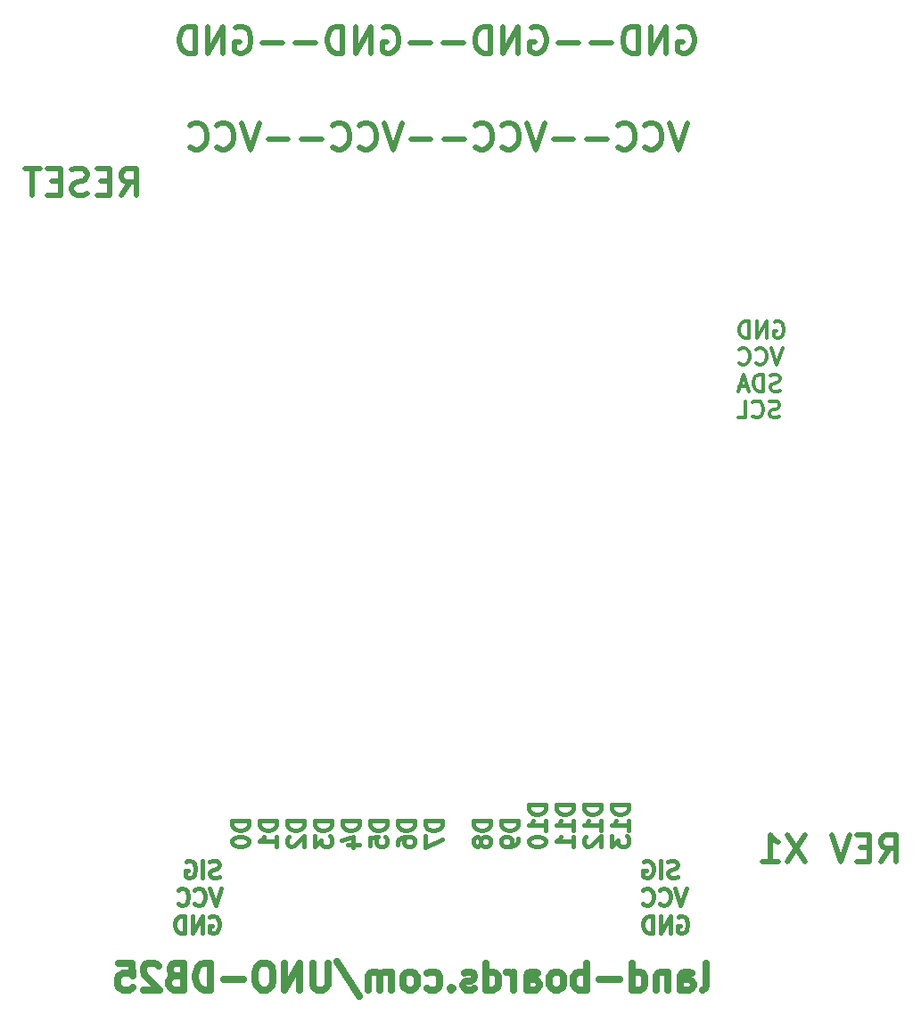
<source format=gbr>
G04 #@! TF.FileFunction,Legend,Bot*
%FSLAX46Y46*%
G04 Gerber Fmt 4.6, Leading zero omitted, Abs format (unit mm)*
G04 Created by KiCad (PCBNEW (after 2015-mar-04 BZR unknown)-product) date 2/1/2017 1:29:57 PM*
%MOMM*%
G01*
G04 APERTURE LIST*
%ADD10C,0.150000*%
%ADD11C,0.635000*%
%ADD12C,0.508000*%
%ADD13C,0.300000*%
%ADD14C,0.396875*%
G04 APERTURE END LIST*
D10*
D11*
X84158665Y-102749048D02*
X84400570Y-102628095D01*
X84521522Y-102386190D01*
X84521522Y-100209048D01*
X82102475Y-102749048D02*
X82102475Y-101418571D01*
X82223427Y-101176667D01*
X82465332Y-101055714D01*
X82949141Y-101055714D01*
X83191046Y-101176667D01*
X82102475Y-102628095D02*
X82344379Y-102749048D01*
X82949141Y-102749048D01*
X83191046Y-102628095D01*
X83311998Y-102386190D01*
X83311998Y-102144286D01*
X83191046Y-101902381D01*
X82949141Y-101781429D01*
X82344379Y-101781429D01*
X82102475Y-101660476D01*
X80892951Y-101055714D02*
X80892951Y-102749048D01*
X80892951Y-101297619D02*
X80771999Y-101176667D01*
X80530094Y-101055714D01*
X80167237Y-101055714D01*
X79925332Y-101176667D01*
X79804380Y-101418571D01*
X79804380Y-102749048D01*
X77506285Y-102749048D02*
X77506285Y-100209048D01*
X77506285Y-102628095D02*
X77748189Y-102749048D01*
X78231999Y-102749048D01*
X78473904Y-102628095D01*
X78594856Y-102507143D01*
X78715808Y-102265238D01*
X78715808Y-101539524D01*
X78594856Y-101297619D01*
X78473904Y-101176667D01*
X78231999Y-101055714D01*
X77748189Y-101055714D01*
X77506285Y-101176667D01*
X76296761Y-101781429D02*
X74361523Y-101781429D01*
X73151999Y-102749048D02*
X73151999Y-100209048D01*
X73151999Y-101176667D02*
X72910094Y-101055714D01*
X72426285Y-101055714D01*
X72184380Y-101176667D01*
X72063428Y-101297619D01*
X71942475Y-101539524D01*
X71942475Y-102265238D01*
X72063428Y-102507143D01*
X72184380Y-102628095D01*
X72426285Y-102749048D01*
X72910094Y-102749048D01*
X73151999Y-102628095D01*
X70491047Y-102749048D02*
X70732952Y-102628095D01*
X70853904Y-102507143D01*
X70974856Y-102265238D01*
X70974856Y-101539524D01*
X70853904Y-101297619D01*
X70732952Y-101176667D01*
X70491047Y-101055714D01*
X70128190Y-101055714D01*
X69886285Y-101176667D01*
X69765333Y-101297619D01*
X69644380Y-101539524D01*
X69644380Y-102265238D01*
X69765333Y-102507143D01*
X69886285Y-102628095D01*
X70128190Y-102749048D01*
X70491047Y-102749048D01*
X67467238Y-102749048D02*
X67467238Y-101418571D01*
X67588190Y-101176667D01*
X67830095Y-101055714D01*
X68313904Y-101055714D01*
X68555809Y-101176667D01*
X67467238Y-102628095D02*
X67709142Y-102749048D01*
X68313904Y-102749048D01*
X68555809Y-102628095D01*
X68676761Y-102386190D01*
X68676761Y-102144286D01*
X68555809Y-101902381D01*
X68313904Y-101781429D01*
X67709142Y-101781429D01*
X67467238Y-101660476D01*
X66257714Y-102749048D02*
X66257714Y-101055714D01*
X66257714Y-101539524D02*
X66136762Y-101297619D01*
X66015809Y-101176667D01*
X65773905Y-101055714D01*
X65532000Y-101055714D01*
X63596762Y-102749048D02*
X63596762Y-100209048D01*
X63596762Y-102628095D02*
X63838666Y-102749048D01*
X64322476Y-102749048D01*
X64564381Y-102628095D01*
X64685333Y-102507143D01*
X64806285Y-102265238D01*
X64806285Y-101539524D01*
X64685333Y-101297619D01*
X64564381Y-101176667D01*
X64322476Y-101055714D01*
X63838666Y-101055714D01*
X63596762Y-101176667D01*
X62508190Y-102628095D02*
X62266286Y-102749048D01*
X61782476Y-102749048D01*
X61540571Y-102628095D01*
X61419619Y-102386190D01*
X61419619Y-102265238D01*
X61540571Y-102023333D01*
X61782476Y-101902381D01*
X62145333Y-101902381D01*
X62387238Y-101781429D01*
X62508190Y-101539524D01*
X62508190Y-101418571D01*
X62387238Y-101176667D01*
X62145333Y-101055714D01*
X61782476Y-101055714D01*
X61540571Y-101176667D01*
X60331048Y-102507143D02*
X60210096Y-102628095D01*
X60331048Y-102749048D01*
X60452000Y-102628095D01*
X60331048Y-102507143D01*
X60331048Y-102749048D01*
X58032953Y-102628095D02*
X58274857Y-102749048D01*
X58758667Y-102749048D01*
X59000572Y-102628095D01*
X59121524Y-102507143D01*
X59242476Y-102265238D01*
X59242476Y-101539524D01*
X59121524Y-101297619D01*
X59000572Y-101176667D01*
X58758667Y-101055714D01*
X58274857Y-101055714D01*
X58032953Y-101176667D01*
X56581524Y-102749048D02*
X56823429Y-102628095D01*
X56944381Y-102507143D01*
X57065333Y-102265238D01*
X57065333Y-101539524D01*
X56944381Y-101297619D01*
X56823429Y-101176667D01*
X56581524Y-101055714D01*
X56218667Y-101055714D01*
X55976762Y-101176667D01*
X55855810Y-101297619D01*
X55734857Y-101539524D01*
X55734857Y-102265238D01*
X55855810Y-102507143D01*
X55976762Y-102628095D01*
X56218667Y-102749048D01*
X56581524Y-102749048D01*
X54646286Y-102749048D02*
X54646286Y-101055714D01*
X54646286Y-101297619D02*
X54525334Y-101176667D01*
X54283429Y-101055714D01*
X53920572Y-101055714D01*
X53678667Y-101176667D01*
X53557715Y-101418571D01*
X53557715Y-102749048D01*
X53557715Y-101418571D02*
X53436762Y-101176667D01*
X53194858Y-101055714D01*
X52832000Y-101055714D01*
X52590096Y-101176667D01*
X52469143Y-101418571D01*
X52469143Y-102749048D01*
X49445333Y-100088095D02*
X51622476Y-103353810D01*
X48598667Y-100209048D02*
X48598667Y-102265238D01*
X48477715Y-102507143D01*
X48356762Y-102628095D01*
X48114858Y-102749048D01*
X47631048Y-102749048D01*
X47389143Y-102628095D01*
X47268191Y-102507143D01*
X47147239Y-102265238D01*
X47147239Y-100209048D01*
X45937715Y-102749048D02*
X45937715Y-100209048D01*
X44486287Y-102749048D01*
X44486287Y-100209048D01*
X42792954Y-100209048D02*
X42309144Y-100209048D01*
X42067239Y-100330000D01*
X41825335Y-100571905D01*
X41704382Y-101055714D01*
X41704382Y-101902381D01*
X41825335Y-102386190D01*
X42067239Y-102628095D01*
X42309144Y-102749048D01*
X42792954Y-102749048D01*
X43034858Y-102628095D01*
X43276763Y-102386190D01*
X43397715Y-101902381D01*
X43397715Y-101055714D01*
X43276763Y-100571905D01*
X43034858Y-100330000D01*
X42792954Y-100209048D01*
X40615811Y-101781429D02*
X38680573Y-101781429D01*
X37471049Y-102749048D02*
X37471049Y-100209048D01*
X36866287Y-100209048D01*
X36503430Y-100330000D01*
X36261525Y-100571905D01*
X36140573Y-100813810D01*
X36019621Y-101297619D01*
X36019621Y-101660476D01*
X36140573Y-102144286D01*
X36261525Y-102386190D01*
X36503430Y-102628095D01*
X36866287Y-102749048D01*
X37471049Y-102749048D01*
X34084382Y-101418571D02*
X33721525Y-101539524D01*
X33600573Y-101660476D01*
X33479621Y-101902381D01*
X33479621Y-102265238D01*
X33600573Y-102507143D01*
X33721525Y-102628095D01*
X33963430Y-102749048D01*
X34931049Y-102749048D01*
X34931049Y-100209048D01*
X34084382Y-100209048D01*
X33842478Y-100330000D01*
X33721525Y-100450952D01*
X33600573Y-100692857D01*
X33600573Y-100934762D01*
X33721525Y-101176667D01*
X33842478Y-101297619D01*
X34084382Y-101418571D01*
X34931049Y-101418571D01*
X32512001Y-100450952D02*
X32391049Y-100330000D01*
X32149144Y-100209048D01*
X31544382Y-100209048D01*
X31302478Y-100330000D01*
X31181525Y-100450952D01*
X31060573Y-100692857D01*
X31060573Y-100934762D01*
X31181525Y-101297619D01*
X32632954Y-102749048D01*
X31060573Y-102749048D01*
X28762477Y-100209048D02*
X29972001Y-100209048D01*
X30092953Y-101418571D01*
X29972001Y-101297619D01*
X29730096Y-101176667D01*
X29125334Y-101176667D01*
X28883430Y-101297619D01*
X28762477Y-101418571D01*
X28641525Y-101660476D01*
X28641525Y-102265238D01*
X28762477Y-102507143D01*
X28883430Y-102628095D01*
X29125334Y-102749048D01*
X29730096Y-102749048D01*
X29972001Y-102628095D01*
X30092953Y-102507143D01*
D12*
X82707239Y-20453048D02*
X81860573Y-22993048D01*
X81013906Y-20453048D01*
X78715811Y-22751143D02*
X78836763Y-22872095D01*
X79199620Y-22993048D01*
X79441525Y-22993048D01*
X79804382Y-22872095D01*
X80046287Y-22630190D01*
X80167239Y-22388286D01*
X80288191Y-21904476D01*
X80288191Y-21541619D01*
X80167239Y-21057810D01*
X80046287Y-20815905D01*
X79804382Y-20574000D01*
X79441525Y-20453048D01*
X79199620Y-20453048D01*
X78836763Y-20574000D01*
X78715811Y-20694952D01*
X76175811Y-22751143D02*
X76296763Y-22872095D01*
X76659620Y-22993048D01*
X76901525Y-22993048D01*
X77264382Y-22872095D01*
X77506287Y-22630190D01*
X77627239Y-22388286D01*
X77748191Y-21904476D01*
X77748191Y-21541619D01*
X77627239Y-21057810D01*
X77506287Y-20815905D01*
X77264382Y-20574000D01*
X76901525Y-20453048D01*
X76659620Y-20453048D01*
X76296763Y-20574000D01*
X76175811Y-20694952D01*
X75087239Y-22025429D02*
X73152001Y-22025429D01*
X71942477Y-22025429D02*
X70007239Y-22025429D01*
X69160572Y-20453048D02*
X68313906Y-22993048D01*
X67467239Y-20453048D01*
X65169144Y-22751143D02*
X65290096Y-22872095D01*
X65652953Y-22993048D01*
X65894858Y-22993048D01*
X66257715Y-22872095D01*
X66499620Y-22630190D01*
X66620572Y-22388286D01*
X66741524Y-21904476D01*
X66741524Y-21541619D01*
X66620572Y-21057810D01*
X66499620Y-20815905D01*
X66257715Y-20574000D01*
X65894858Y-20453048D01*
X65652953Y-20453048D01*
X65290096Y-20574000D01*
X65169144Y-20694952D01*
X62629144Y-22751143D02*
X62750096Y-22872095D01*
X63112953Y-22993048D01*
X63354858Y-22993048D01*
X63717715Y-22872095D01*
X63959620Y-22630190D01*
X64080572Y-22388286D01*
X64201524Y-21904476D01*
X64201524Y-21541619D01*
X64080572Y-21057810D01*
X63959620Y-20815905D01*
X63717715Y-20574000D01*
X63354858Y-20453048D01*
X63112953Y-20453048D01*
X62750096Y-20574000D01*
X62629144Y-20694952D01*
X61540572Y-22025429D02*
X59605334Y-22025429D01*
X58395810Y-22025429D02*
X56460572Y-22025429D01*
X55613905Y-20453048D02*
X54767239Y-22993048D01*
X53920572Y-20453048D01*
X51622477Y-22751143D02*
X51743429Y-22872095D01*
X52106286Y-22993048D01*
X52348191Y-22993048D01*
X52711048Y-22872095D01*
X52952953Y-22630190D01*
X53073905Y-22388286D01*
X53194857Y-21904476D01*
X53194857Y-21541619D01*
X53073905Y-21057810D01*
X52952953Y-20815905D01*
X52711048Y-20574000D01*
X52348191Y-20453048D01*
X52106286Y-20453048D01*
X51743429Y-20574000D01*
X51622477Y-20694952D01*
X49082477Y-22751143D02*
X49203429Y-22872095D01*
X49566286Y-22993048D01*
X49808191Y-22993048D01*
X50171048Y-22872095D01*
X50412953Y-22630190D01*
X50533905Y-22388286D01*
X50654857Y-21904476D01*
X50654857Y-21541619D01*
X50533905Y-21057810D01*
X50412953Y-20815905D01*
X50171048Y-20574000D01*
X49808191Y-20453048D01*
X49566286Y-20453048D01*
X49203429Y-20574000D01*
X49082477Y-20694952D01*
X47993905Y-22025429D02*
X46058667Y-22025429D01*
X44849143Y-22025429D02*
X42913905Y-22025429D01*
X42067238Y-20453048D02*
X41220572Y-22993048D01*
X40373905Y-20453048D01*
X38075810Y-22751143D02*
X38196762Y-22872095D01*
X38559619Y-22993048D01*
X38801524Y-22993048D01*
X39164381Y-22872095D01*
X39406286Y-22630190D01*
X39527238Y-22388286D01*
X39648190Y-21904476D01*
X39648190Y-21541619D01*
X39527238Y-21057810D01*
X39406286Y-20815905D01*
X39164381Y-20574000D01*
X38801524Y-20453048D01*
X38559619Y-20453048D01*
X38196762Y-20574000D01*
X38075810Y-20694952D01*
X35535810Y-22751143D02*
X35656762Y-22872095D01*
X36019619Y-22993048D01*
X36261524Y-22993048D01*
X36624381Y-22872095D01*
X36866286Y-22630190D01*
X36987238Y-22388286D01*
X37108190Y-21904476D01*
X37108190Y-21541619D01*
X36987238Y-21057810D01*
X36866286Y-20815905D01*
X36624381Y-20574000D01*
X36261524Y-20453048D01*
X36019619Y-20453048D01*
X35656762Y-20574000D01*
X35535810Y-20694952D01*
X81933142Y-11430000D02*
X82175047Y-11309048D01*
X82537904Y-11309048D01*
X82900761Y-11430000D01*
X83142666Y-11671905D01*
X83263618Y-11913810D01*
X83384570Y-12397619D01*
X83384570Y-12760476D01*
X83263618Y-13244286D01*
X83142666Y-13486190D01*
X82900761Y-13728095D01*
X82537904Y-13849048D01*
X82295999Y-13849048D01*
X81933142Y-13728095D01*
X81812190Y-13607143D01*
X81812190Y-12760476D01*
X82295999Y-12760476D01*
X80723618Y-13849048D02*
X80723618Y-11309048D01*
X79272190Y-13849048D01*
X79272190Y-11309048D01*
X78062666Y-13849048D02*
X78062666Y-11309048D01*
X77457904Y-11309048D01*
X77095047Y-11430000D01*
X76853142Y-11671905D01*
X76732190Y-11913810D01*
X76611238Y-12397619D01*
X76611238Y-12760476D01*
X76732190Y-13244286D01*
X76853142Y-13486190D01*
X77095047Y-13728095D01*
X77457904Y-13849048D01*
X78062666Y-13849048D01*
X75522666Y-12881429D02*
X73587428Y-12881429D01*
X72377904Y-12881429D02*
X70442666Y-12881429D01*
X67902666Y-11430000D02*
X68144571Y-11309048D01*
X68507428Y-11309048D01*
X68870285Y-11430000D01*
X69112190Y-11671905D01*
X69233142Y-11913810D01*
X69354094Y-12397619D01*
X69354094Y-12760476D01*
X69233142Y-13244286D01*
X69112190Y-13486190D01*
X68870285Y-13728095D01*
X68507428Y-13849048D01*
X68265523Y-13849048D01*
X67902666Y-13728095D01*
X67781714Y-13607143D01*
X67781714Y-12760476D01*
X68265523Y-12760476D01*
X66693142Y-13849048D02*
X66693142Y-11309048D01*
X65241714Y-13849048D01*
X65241714Y-11309048D01*
X64032190Y-13849048D02*
X64032190Y-11309048D01*
X63427428Y-11309048D01*
X63064571Y-11430000D01*
X62822666Y-11671905D01*
X62701714Y-11913810D01*
X62580762Y-12397619D01*
X62580762Y-12760476D01*
X62701714Y-13244286D01*
X62822666Y-13486190D01*
X63064571Y-13728095D01*
X63427428Y-13849048D01*
X64032190Y-13849048D01*
X61492190Y-12881429D02*
X59556952Y-12881429D01*
X58347428Y-12881429D02*
X56412190Y-12881429D01*
X53872190Y-11430000D02*
X54114095Y-11309048D01*
X54476952Y-11309048D01*
X54839809Y-11430000D01*
X55081714Y-11671905D01*
X55202666Y-11913810D01*
X55323618Y-12397619D01*
X55323618Y-12760476D01*
X55202666Y-13244286D01*
X55081714Y-13486190D01*
X54839809Y-13728095D01*
X54476952Y-13849048D01*
X54235047Y-13849048D01*
X53872190Y-13728095D01*
X53751238Y-13607143D01*
X53751238Y-12760476D01*
X54235047Y-12760476D01*
X52662666Y-13849048D02*
X52662666Y-11309048D01*
X51211238Y-13849048D01*
X51211238Y-11309048D01*
X50001714Y-13849048D02*
X50001714Y-11309048D01*
X49396952Y-11309048D01*
X49034095Y-11430000D01*
X48792190Y-11671905D01*
X48671238Y-11913810D01*
X48550286Y-12397619D01*
X48550286Y-12760476D01*
X48671238Y-13244286D01*
X48792190Y-13486190D01*
X49034095Y-13728095D01*
X49396952Y-13849048D01*
X50001714Y-13849048D01*
X47461714Y-12881429D02*
X45526476Y-12881429D01*
X44316952Y-12881429D02*
X42381714Y-12881429D01*
X39841714Y-11430000D02*
X40083619Y-11309048D01*
X40446476Y-11309048D01*
X40809333Y-11430000D01*
X41051238Y-11671905D01*
X41172190Y-11913810D01*
X41293142Y-12397619D01*
X41293142Y-12760476D01*
X41172190Y-13244286D01*
X41051238Y-13486190D01*
X40809333Y-13728095D01*
X40446476Y-13849048D01*
X40204571Y-13849048D01*
X39841714Y-13728095D01*
X39720762Y-13607143D01*
X39720762Y-12760476D01*
X40204571Y-12760476D01*
X38632190Y-13849048D02*
X38632190Y-11309048D01*
X37180762Y-13849048D01*
X37180762Y-11309048D01*
X35971238Y-13849048D02*
X35971238Y-11309048D01*
X35366476Y-11309048D01*
X35003619Y-11430000D01*
X34761714Y-11671905D01*
X34640762Y-11913810D01*
X34519810Y-12397619D01*
X34519810Y-12760476D01*
X34640762Y-13244286D01*
X34761714Y-13486190D01*
X35003619Y-13728095D01*
X35366476Y-13849048D01*
X35971238Y-13849048D01*
X101140382Y-90557048D02*
X101987048Y-89347524D01*
X102591810Y-90557048D02*
X102591810Y-88017048D01*
X101624191Y-88017048D01*
X101382286Y-88138000D01*
X101261334Y-88258952D01*
X101140382Y-88500857D01*
X101140382Y-88863714D01*
X101261334Y-89105619D01*
X101382286Y-89226571D01*
X101624191Y-89347524D01*
X102591810Y-89347524D01*
X100051810Y-89226571D02*
X99205143Y-89226571D01*
X98842286Y-90557048D02*
X100051810Y-90557048D01*
X100051810Y-88017048D01*
X98842286Y-88017048D01*
X98116572Y-88017048D02*
X97269906Y-90557048D01*
X96423239Y-88017048D01*
X93883239Y-88017048D02*
X92189906Y-90557048D01*
X92189906Y-88017048D02*
X93883239Y-90557048D01*
X89891810Y-90557048D02*
X91343238Y-90557048D01*
X90617524Y-90557048D02*
X90617524Y-88017048D01*
X90859429Y-88379905D01*
X91101334Y-88621810D01*
X91343238Y-88742762D01*
D13*
X91004571Y-39364500D02*
X91155762Y-39288905D01*
X91382547Y-39288905D01*
X91609333Y-39364500D01*
X91760524Y-39515690D01*
X91836119Y-39666881D01*
X91911714Y-39969262D01*
X91911714Y-40196048D01*
X91836119Y-40498429D01*
X91760524Y-40649619D01*
X91609333Y-40800810D01*
X91382547Y-40876405D01*
X91231357Y-40876405D01*
X91004571Y-40800810D01*
X90928976Y-40725214D01*
X90928976Y-40196048D01*
X91231357Y-40196048D01*
X90248619Y-40876405D02*
X90248619Y-39288905D01*
X89341476Y-40876405D01*
X89341476Y-39288905D01*
X88585524Y-40876405D02*
X88585524Y-39288905D01*
X88207548Y-39288905D01*
X87980762Y-39364500D01*
X87829571Y-39515690D01*
X87753976Y-39666881D01*
X87678381Y-39969262D01*
X87678381Y-40196048D01*
X87753976Y-40498429D01*
X87829571Y-40649619D01*
X87980762Y-40800810D01*
X88207548Y-40876405D01*
X88585524Y-40876405D01*
X91760524Y-41811405D02*
X91231357Y-43398905D01*
X90702190Y-41811405D01*
X89265881Y-43247714D02*
X89341476Y-43323310D01*
X89568262Y-43398905D01*
X89719452Y-43398905D01*
X89946238Y-43323310D01*
X90097429Y-43172119D01*
X90173024Y-43020929D01*
X90248619Y-42718548D01*
X90248619Y-42491762D01*
X90173024Y-42189381D01*
X90097429Y-42038190D01*
X89946238Y-41887000D01*
X89719452Y-41811405D01*
X89568262Y-41811405D01*
X89341476Y-41887000D01*
X89265881Y-41962595D01*
X87678381Y-43247714D02*
X87753976Y-43323310D01*
X87980762Y-43398905D01*
X88131952Y-43398905D01*
X88358738Y-43323310D01*
X88509929Y-43172119D01*
X88585524Y-43020929D01*
X88661119Y-42718548D01*
X88661119Y-42491762D01*
X88585524Y-42189381D01*
X88509929Y-42038190D01*
X88358738Y-41887000D01*
X88131952Y-41811405D01*
X87980762Y-41811405D01*
X87753976Y-41887000D01*
X87678381Y-41962595D01*
X91533738Y-45845810D02*
X91306952Y-45921405D01*
X90928976Y-45921405D01*
X90777786Y-45845810D01*
X90702190Y-45770214D01*
X90626595Y-45619024D01*
X90626595Y-45467833D01*
X90702190Y-45316643D01*
X90777786Y-45241048D01*
X90928976Y-45165452D01*
X91231357Y-45089857D01*
X91382548Y-45014262D01*
X91458143Y-44938667D01*
X91533738Y-44787476D01*
X91533738Y-44636286D01*
X91458143Y-44485095D01*
X91382548Y-44409500D01*
X91231357Y-44333905D01*
X90853381Y-44333905D01*
X90626595Y-44409500D01*
X89946238Y-45921405D02*
X89946238Y-44333905D01*
X89568262Y-44333905D01*
X89341476Y-44409500D01*
X89190285Y-44560690D01*
X89114690Y-44711881D01*
X89039095Y-45014262D01*
X89039095Y-45241048D01*
X89114690Y-45543429D01*
X89190285Y-45694619D01*
X89341476Y-45845810D01*
X89568262Y-45921405D01*
X89946238Y-45921405D01*
X88434333Y-45467833D02*
X87678381Y-45467833D01*
X88585524Y-45921405D02*
X88056357Y-44333905D01*
X87527190Y-45921405D01*
X91458143Y-48368310D02*
X91231357Y-48443905D01*
X90853381Y-48443905D01*
X90702191Y-48368310D01*
X90626595Y-48292714D01*
X90551000Y-48141524D01*
X90551000Y-47990333D01*
X90626595Y-47839143D01*
X90702191Y-47763548D01*
X90853381Y-47687952D01*
X91155762Y-47612357D01*
X91306953Y-47536762D01*
X91382548Y-47461167D01*
X91458143Y-47309976D01*
X91458143Y-47158786D01*
X91382548Y-47007595D01*
X91306953Y-46932000D01*
X91155762Y-46856405D01*
X90777786Y-46856405D01*
X90551000Y-46932000D01*
X88963500Y-48292714D02*
X89039095Y-48368310D01*
X89265881Y-48443905D01*
X89417071Y-48443905D01*
X89643857Y-48368310D01*
X89795048Y-48217119D01*
X89870643Y-48065929D01*
X89946238Y-47763548D01*
X89946238Y-47536762D01*
X89870643Y-47234381D01*
X89795048Y-47083190D01*
X89643857Y-46932000D01*
X89417071Y-46856405D01*
X89265881Y-46856405D01*
X89039095Y-46932000D01*
X88963500Y-47007595D01*
X87527190Y-48443905D02*
X88283143Y-48443905D01*
X88283143Y-46856405D01*
D12*
X28992286Y-27311048D02*
X29838952Y-26101524D01*
X30443714Y-27311048D02*
X30443714Y-24771048D01*
X29476095Y-24771048D01*
X29234190Y-24892000D01*
X29113238Y-25012952D01*
X28992286Y-25254857D01*
X28992286Y-25617714D01*
X29113238Y-25859619D01*
X29234190Y-25980571D01*
X29476095Y-26101524D01*
X30443714Y-26101524D01*
X27903714Y-25980571D02*
X27057047Y-25980571D01*
X26694190Y-27311048D02*
X27903714Y-27311048D01*
X27903714Y-24771048D01*
X26694190Y-24771048D01*
X25726571Y-27190095D02*
X25363714Y-27311048D01*
X24758952Y-27311048D01*
X24517048Y-27190095D01*
X24396095Y-27069143D01*
X24275143Y-26827238D01*
X24275143Y-26585333D01*
X24396095Y-26343429D01*
X24517048Y-26222476D01*
X24758952Y-26101524D01*
X25242762Y-25980571D01*
X25484667Y-25859619D01*
X25605619Y-25738667D01*
X25726571Y-25496762D01*
X25726571Y-25254857D01*
X25605619Y-25012952D01*
X25484667Y-24892000D01*
X25242762Y-24771048D01*
X24638000Y-24771048D01*
X24275143Y-24892000D01*
X23186571Y-25980571D02*
X22339904Y-25980571D01*
X21977047Y-27311048D02*
X23186571Y-27311048D01*
X23186571Y-24771048D01*
X21977047Y-24771048D01*
X21251333Y-24771048D02*
X19799905Y-24771048D01*
X20525619Y-27311048D02*
X20525619Y-24771048D01*
D14*
X64019718Y-86686571D02*
X62432218Y-86686571D01*
X62432218Y-87064547D01*
X62507813Y-87291333D01*
X62659003Y-87442524D01*
X62810194Y-87518119D01*
X63112575Y-87593714D01*
X63339361Y-87593714D01*
X63641742Y-87518119D01*
X63792932Y-87442524D01*
X63944123Y-87291333D01*
X64019718Y-87064547D01*
X64019718Y-86686571D01*
X63112575Y-88500857D02*
X63036980Y-88349666D01*
X62961384Y-88274071D01*
X62810194Y-88198476D01*
X62734599Y-88198476D01*
X62583408Y-88274071D01*
X62507813Y-88349666D01*
X62432218Y-88500857D01*
X62432218Y-88803238D01*
X62507813Y-88954428D01*
X62583408Y-89030024D01*
X62734599Y-89105619D01*
X62810194Y-89105619D01*
X62961384Y-89030024D01*
X63036980Y-88954428D01*
X63112575Y-88803238D01*
X63112575Y-88500857D01*
X63188170Y-88349666D01*
X63263765Y-88274071D01*
X63414956Y-88198476D01*
X63717337Y-88198476D01*
X63868527Y-88274071D01*
X63944123Y-88349666D01*
X64019718Y-88500857D01*
X64019718Y-88803238D01*
X63944123Y-88954428D01*
X63868527Y-89030024D01*
X63717337Y-89105619D01*
X63414956Y-89105619D01*
X63263765Y-89030024D01*
X63188170Y-88954428D01*
X63112575Y-88803238D01*
X66639093Y-86686571D02*
X65051593Y-86686571D01*
X65051593Y-87064547D01*
X65127188Y-87291333D01*
X65278378Y-87442524D01*
X65429569Y-87518119D01*
X65731950Y-87593714D01*
X65958736Y-87593714D01*
X66261117Y-87518119D01*
X66412307Y-87442524D01*
X66563498Y-87291333D01*
X66639093Y-87064547D01*
X66639093Y-86686571D01*
X66639093Y-88349666D02*
X66639093Y-88652047D01*
X66563498Y-88803238D01*
X66487902Y-88878833D01*
X66261117Y-89030024D01*
X65958736Y-89105619D01*
X65353974Y-89105619D01*
X65202783Y-89030024D01*
X65127188Y-88954428D01*
X65051593Y-88803238D01*
X65051593Y-88500857D01*
X65127188Y-88349666D01*
X65202783Y-88274071D01*
X65353974Y-88198476D01*
X65731950Y-88198476D01*
X65883140Y-88274071D01*
X65958736Y-88349666D01*
X66034331Y-88500857D01*
X66034331Y-88803238D01*
X65958736Y-88954428D01*
X65883140Y-89030024D01*
X65731950Y-89105619D01*
X69258468Y-85174666D02*
X67670968Y-85174666D01*
X67670968Y-85552642D01*
X67746563Y-85779428D01*
X67897753Y-85930619D01*
X68048944Y-86006214D01*
X68351325Y-86081809D01*
X68578111Y-86081809D01*
X68880492Y-86006214D01*
X69031682Y-85930619D01*
X69182873Y-85779428D01*
X69258468Y-85552642D01*
X69258468Y-85174666D01*
X69258468Y-87593714D02*
X69258468Y-86686571D01*
X69258468Y-87140142D02*
X67670968Y-87140142D01*
X67897753Y-86988952D01*
X68048944Y-86837761D01*
X68124539Y-86686571D01*
X67670968Y-88576452D02*
X67670968Y-88727643D01*
X67746563Y-88878833D01*
X67822158Y-88954428D01*
X67973349Y-89030024D01*
X68275730Y-89105619D01*
X68653706Y-89105619D01*
X68956087Y-89030024D01*
X69107277Y-88954428D01*
X69182873Y-88878833D01*
X69258468Y-88727643D01*
X69258468Y-88576452D01*
X69182873Y-88425262D01*
X69107277Y-88349666D01*
X68956087Y-88274071D01*
X68653706Y-88198476D01*
X68275730Y-88198476D01*
X67973349Y-88274071D01*
X67822158Y-88349666D01*
X67746563Y-88425262D01*
X67670968Y-88576452D01*
X71877843Y-85174666D02*
X70290343Y-85174666D01*
X70290343Y-85552642D01*
X70365938Y-85779428D01*
X70517128Y-85930619D01*
X70668319Y-86006214D01*
X70970700Y-86081809D01*
X71197486Y-86081809D01*
X71499867Y-86006214D01*
X71651057Y-85930619D01*
X71802248Y-85779428D01*
X71877843Y-85552642D01*
X71877843Y-85174666D01*
X71877843Y-87593714D02*
X71877843Y-86686571D01*
X71877843Y-87140142D02*
X70290343Y-87140142D01*
X70517128Y-86988952D01*
X70668319Y-86837761D01*
X70743914Y-86686571D01*
X71877843Y-89105619D02*
X71877843Y-88198476D01*
X71877843Y-88652047D02*
X70290343Y-88652047D01*
X70517128Y-88500857D01*
X70668319Y-88349666D01*
X70743914Y-88198476D01*
X74497218Y-85174666D02*
X72909718Y-85174666D01*
X72909718Y-85552642D01*
X72985313Y-85779428D01*
X73136503Y-85930619D01*
X73287694Y-86006214D01*
X73590075Y-86081809D01*
X73816861Y-86081809D01*
X74119242Y-86006214D01*
X74270432Y-85930619D01*
X74421623Y-85779428D01*
X74497218Y-85552642D01*
X74497218Y-85174666D01*
X74497218Y-87593714D02*
X74497218Y-86686571D01*
X74497218Y-87140142D02*
X72909718Y-87140142D01*
X73136503Y-86988952D01*
X73287694Y-86837761D01*
X73363289Y-86686571D01*
X73060908Y-88198476D02*
X72985313Y-88274071D01*
X72909718Y-88425262D01*
X72909718Y-88803238D01*
X72985313Y-88954428D01*
X73060908Y-89030024D01*
X73212099Y-89105619D01*
X73363289Y-89105619D01*
X73590075Y-89030024D01*
X74497218Y-88122881D01*
X74497218Y-89105619D01*
X77116593Y-85174666D02*
X75529093Y-85174666D01*
X75529093Y-85552642D01*
X75604688Y-85779428D01*
X75755878Y-85930619D01*
X75907069Y-86006214D01*
X76209450Y-86081809D01*
X76436236Y-86081809D01*
X76738617Y-86006214D01*
X76889807Y-85930619D01*
X77040998Y-85779428D01*
X77116593Y-85552642D01*
X77116593Y-85174666D01*
X77116593Y-87593714D02*
X77116593Y-86686571D01*
X77116593Y-87140142D02*
X75529093Y-87140142D01*
X75755878Y-86988952D01*
X75907069Y-86837761D01*
X75982664Y-86686571D01*
X75529093Y-88122881D02*
X75529093Y-89105619D01*
X76133855Y-88576452D01*
X76133855Y-88803238D01*
X76209450Y-88954428D01*
X76285045Y-89030024D01*
X76436236Y-89105619D01*
X76814212Y-89105619D01*
X76965402Y-89030024D01*
X77040998Y-88954428D01*
X77116593Y-88803238D01*
X77116593Y-88349666D01*
X77040998Y-88198476D01*
X76965402Y-88122881D01*
X41080343Y-86686571D02*
X39492843Y-86686571D01*
X39492843Y-87064547D01*
X39568438Y-87291333D01*
X39719628Y-87442524D01*
X39870819Y-87518119D01*
X40173200Y-87593714D01*
X40399986Y-87593714D01*
X40702367Y-87518119D01*
X40853557Y-87442524D01*
X41004748Y-87291333D01*
X41080343Y-87064547D01*
X41080343Y-86686571D01*
X39492843Y-88576452D02*
X39492843Y-88727643D01*
X39568438Y-88878833D01*
X39644033Y-88954428D01*
X39795224Y-89030024D01*
X40097605Y-89105619D01*
X40475581Y-89105619D01*
X40777962Y-89030024D01*
X40929152Y-88954428D01*
X41004748Y-88878833D01*
X41080343Y-88727643D01*
X41080343Y-88576452D01*
X41004748Y-88425262D01*
X40929152Y-88349666D01*
X40777962Y-88274071D01*
X40475581Y-88198476D01*
X40097605Y-88198476D01*
X39795224Y-88274071D01*
X39644033Y-88349666D01*
X39568438Y-88425262D01*
X39492843Y-88576452D01*
X43699718Y-86686571D02*
X42112218Y-86686571D01*
X42112218Y-87064547D01*
X42187813Y-87291333D01*
X42339003Y-87442524D01*
X42490194Y-87518119D01*
X42792575Y-87593714D01*
X43019361Y-87593714D01*
X43321742Y-87518119D01*
X43472932Y-87442524D01*
X43624123Y-87291333D01*
X43699718Y-87064547D01*
X43699718Y-86686571D01*
X43699718Y-89105619D02*
X43699718Y-88198476D01*
X43699718Y-88652047D02*
X42112218Y-88652047D01*
X42339003Y-88500857D01*
X42490194Y-88349666D01*
X42565789Y-88198476D01*
X46319093Y-86686571D02*
X44731593Y-86686571D01*
X44731593Y-87064547D01*
X44807188Y-87291333D01*
X44958378Y-87442524D01*
X45109569Y-87518119D01*
X45411950Y-87593714D01*
X45638736Y-87593714D01*
X45941117Y-87518119D01*
X46092307Y-87442524D01*
X46243498Y-87291333D01*
X46319093Y-87064547D01*
X46319093Y-86686571D01*
X44882783Y-88198476D02*
X44807188Y-88274071D01*
X44731593Y-88425262D01*
X44731593Y-88803238D01*
X44807188Y-88954428D01*
X44882783Y-89030024D01*
X45033974Y-89105619D01*
X45185164Y-89105619D01*
X45411950Y-89030024D01*
X46319093Y-88122881D01*
X46319093Y-89105619D01*
X48938468Y-86686571D02*
X47350968Y-86686571D01*
X47350968Y-87064547D01*
X47426563Y-87291333D01*
X47577753Y-87442524D01*
X47728944Y-87518119D01*
X48031325Y-87593714D01*
X48258111Y-87593714D01*
X48560492Y-87518119D01*
X48711682Y-87442524D01*
X48862873Y-87291333D01*
X48938468Y-87064547D01*
X48938468Y-86686571D01*
X47350968Y-88122881D02*
X47350968Y-89105619D01*
X47955730Y-88576452D01*
X47955730Y-88803238D01*
X48031325Y-88954428D01*
X48106920Y-89030024D01*
X48258111Y-89105619D01*
X48636087Y-89105619D01*
X48787277Y-89030024D01*
X48862873Y-88954428D01*
X48938468Y-88803238D01*
X48938468Y-88349666D01*
X48862873Y-88198476D01*
X48787277Y-88122881D01*
X51557843Y-86686571D02*
X49970343Y-86686571D01*
X49970343Y-87064547D01*
X50045938Y-87291333D01*
X50197128Y-87442524D01*
X50348319Y-87518119D01*
X50650700Y-87593714D01*
X50877486Y-87593714D01*
X51179867Y-87518119D01*
X51331057Y-87442524D01*
X51482248Y-87291333D01*
X51557843Y-87064547D01*
X51557843Y-86686571D01*
X50499509Y-88954428D02*
X51557843Y-88954428D01*
X49894748Y-88576452D02*
X51028676Y-88198476D01*
X51028676Y-89181214D01*
X54177218Y-86686571D02*
X52589718Y-86686571D01*
X52589718Y-87064547D01*
X52665313Y-87291333D01*
X52816503Y-87442524D01*
X52967694Y-87518119D01*
X53270075Y-87593714D01*
X53496861Y-87593714D01*
X53799242Y-87518119D01*
X53950432Y-87442524D01*
X54101623Y-87291333D01*
X54177218Y-87064547D01*
X54177218Y-86686571D01*
X52589718Y-89030024D02*
X52589718Y-88274071D01*
X53345670Y-88198476D01*
X53270075Y-88274071D01*
X53194480Y-88425262D01*
X53194480Y-88803238D01*
X53270075Y-88954428D01*
X53345670Y-89030024D01*
X53496861Y-89105619D01*
X53874837Y-89105619D01*
X54026027Y-89030024D01*
X54101623Y-88954428D01*
X54177218Y-88803238D01*
X54177218Y-88425262D01*
X54101623Y-88274071D01*
X54026027Y-88198476D01*
X56796593Y-86686571D02*
X55209093Y-86686571D01*
X55209093Y-87064547D01*
X55284688Y-87291333D01*
X55435878Y-87442524D01*
X55587069Y-87518119D01*
X55889450Y-87593714D01*
X56116236Y-87593714D01*
X56418617Y-87518119D01*
X56569807Y-87442524D01*
X56720998Y-87291333D01*
X56796593Y-87064547D01*
X56796593Y-86686571D01*
X55209093Y-88954428D02*
X55209093Y-88652047D01*
X55284688Y-88500857D01*
X55360283Y-88425262D01*
X55587069Y-88274071D01*
X55889450Y-88198476D01*
X56494212Y-88198476D01*
X56645402Y-88274071D01*
X56720998Y-88349666D01*
X56796593Y-88500857D01*
X56796593Y-88803238D01*
X56720998Y-88954428D01*
X56645402Y-89030024D01*
X56494212Y-89105619D01*
X56116236Y-89105619D01*
X55965045Y-89030024D01*
X55889450Y-88954428D01*
X55813855Y-88803238D01*
X55813855Y-88500857D01*
X55889450Y-88349666D01*
X55965045Y-88274071D01*
X56116236Y-88198476D01*
X59415968Y-86686571D02*
X57828468Y-86686571D01*
X57828468Y-87064547D01*
X57904063Y-87291333D01*
X58055253Y-87442524D01*
X58206444Y-87518119D01*
X58508825Y-87593714D01*
X58735611Y-87593714D01*
X59037992Y-87518119D01*
X59189182Y-87442524D01*
X59340373Y-87291333D01*
X59415968Y-87064547D01*
X59415968Y-86686571D01*
X57828468Y-88122881D02*
X57828468Y-89181214D01*
X59415968Y-88500857D01*
X81784976Y-92003185D02*
X81558190Y-92078780D01*
X81180214Y-92078780D01*
X81029024Y-92003185D01*
X80953428Y-91927589D01*
X80877833Y-91776399D01*
X80877833Y-91625208D01*
X80953428Y-91474018D01*
X81029024Y-91398423D01*
X81180214Y-91322827D01*
X81482595Y-91247232D01*
X81633786Y-91171637D01*
X81709381Y-91096042D01*
X81784976Y-90944851D01*
X81784976Y-90793661D01*
X81709381Y-90642470D01*
X81633786Y-90566875D01*
X81482595Y-90491280D01*
X81104619Y-90491280D01*
X80877833Y-90566875D01*
X80197476Y-92078780D02*
X80197476Y-90491280D01*
X78609976Y-90566875D02*
X78761167Y-90491280D01*
X78987952Y-90491280D01*
X79214738Y-90566875D01*
X79365929Y-90718065D01*
X79441524Y-90869256D01*
X79517119Y-91171637D01*
X79517119Y-91398423D01*
X79441524Y-91700804D01*
X79365929Y-91851994D01*
X79214738Y-92003185D01*
X78987952Y-92078780D01*
X78836762Y-92078780D01*
X78609976Y-92003185D01*
X78534381Y-91927589D01*
X78534381Y-91398423D01*
X78836762Y-91398423D01*
X82616524Y-93110655D02*
X82087357Y-94698155D01*
X81558190Y-93110655D01*
X80121881Y-94546964D02*
X80197476Y-94622560D01*
X80424262Y-94698155D01*
X80575452Y-94698155D01*
X80802238Y-94622560D01*
X80953429Y-94471369D01*
X81029024Y-94320179D01*
X81104619Y-94017798D01*
X81104619Y-93791012D01*
X81029024Y-93488631D01*
X80953429Y-93337440D01*
X80802238Y-93186250D01*
X80575452Y-93110655D01*
X80424262Y-93110655D01*
X80197476Y-93186250D01*
X80121881Y-93261845D01*
X78534381Y-94546964D02*
X78609976Y-94622560D01*
X78836762Y-94698155D01*
X78987952Y-94698155D01*
X79214738Y-94622560D01*
X79365929Y-94471369D01*
X79441524Y-94320179D01*
X79517119Y-94017798D01*
X79517119Y-93791012D01*
X79441524Y-93488631D01*
X79365929Y-93337440D01*
X79214738Y-93186250D01*
X78987952Y-93110655D01*
X78836762Y-93110655D01*
X78609976Y-93186250D01*
X78534381Y-93261845D01*
X81860571Y-95805625D02*
X82011762Y-95730030D01*
X82238547Y-95730030D01*
X82465333Y-95805625D01*
X82616524Y-95956815D01*
X82692119Y-96108006D01*
X82767714Y-96410387D01*
X82767714Y-96637173D01*
X82692119Y-96939554D01*
X82616524Y-97090744D01*
X82465333Y-97241935D01*
X82238547Y-97317530D01*
X82087357Y-97317530D01*
X81860571Y-97241935D01*
X81784976Y-97166339D01*
X81784976Y-96637173D01*
X82087357Y-96637173D01*
X81104619Y-97317530D02*
X81104619Y-95730030D01*
X80197476Y-97317530D01*
X80197476Y-95730030D01*
X79441524Y-97317530D02*
X79441524Y-95730030D01*
X79063548Y-95730030D01*
X78836762Y-95805625D01*
X78685571Y-95956815D01*
X78609976Y-96108006D01*
X78534381Y-96410387D01*
X78534381Y-96637173D01*
X78609976Y-96939554D01*
X78685571Y-97090744D01*
X78836762Y-97241935D01*
X79063548Y-97317530D01*
X79441524Y-97317530D01*
X38305619Y-92003185D02*
X38078833Y-92078780D01*
X37700857Y-92078780D01*
X37549667Y-92003185D01*
X37474071Y-91927589D01*
X37398476Y-91776399D01*
X37398476Y-91625208D01*
X37474071Y-91474018D01*
X37549667Y-91398423D01*
X37700857Y-91322827D01*
X38003238Y-91247232D01*
X38154429Y-91171637D01*
X38230024Y-91096042D01*
X38305619Y-90944851D01*
X38305619Y-90793661D01*
X38230024Y-90642470D01*
X38154429Y-90566875D01*
X38003238Y-90491280D01*
X37625262Y-90491280D01*
X37398476Y-90566875D01*
X36718119Y-92078780D02*
X36718119Y-90491280D01*
X35130619Y-90566875D02*
X35281810Y-90491280D01*
X35508595Y-90491280D01*
X35735381Y-90566875D01*
X35886572Y-90718065D01*
X35962167Y-90869256D01*
X36037762Y-91171637D01*
X36037762Y-91398423D01*
X35962167Y-91700804D01*
X35886572Y-91851994D01*
X35735381Y-92003185D01*
X35508595Y-92078780D01*
X35357405Y-92078780D01*
X35130619Y-92003185D01*
X35055024Y-91927589D01*
X35055024Y-91398423D01*
X35357405Y-91398423D01*
X38456810Y-93110655D02*
X37927643Y-94698155D01*
X37398476Y-93110655D01*
X35962167Y-94546964D02*
X36037762Y-94622560D01*
X36264548Y-94698155D01*
X36415738Y-94698155D01*
X36642524Y-94622560D01*
X36793715Y-94471369D01*
X36869310Y-94320179D01*
X36944905Y-94017798D01*
X36944905Y-93791012D01*
X36869310Y-93488631D01*
X36793715Y-93337440D01*
X36642524Y-93186250D01*
X36415738Y-93110655D01*
X36264548Y-93110655D01*
X36037762Y-93186250D01*
X35962167Y-93261845D01*
X34374667Y-94546964D02*
X34450262Y-94622560D01*
X34677048Y-94698155D01*
X34828238Y-94698155D01*
X35055024Y-94622560D01*
X35206215Y-94471369D01*
X35281810Y-94320179D01*
X35357405Y-94017798D01*
X35357405Y-93791012D01*
X35281810Y-93488631D01*
X35206215Y-93337440D01*
X35055024Y-93186250D01*
X34828238Y-93110655D01*
X34677048Y-93110655D01*
X34450262Y-93186250D01*
X34374667Y-93261845D01*
X37398476Y-95805625D02*
X37549667Y-95730030D01*
X37776452Y-95730030D01*
X38003238Y-95805625D01*
X38154429Y-95956815D01*
X38230024Y-96108006D01*
X38305619Y-96410387D01*
X38305619Y-96637173D01*
X38230024Y-96939554D01*
X38154429Y-97090744D01*
X38003238Y-97241935D01*
X37776452Y-97317530D01*
X37625262Y-97317530D01*
X37398476Y-97241935D01*
X37322881Y-97166339D01*
X37322881Y-96637173D01*
X37625262Y-96637173D01*
X36642524Y-97317530D02*
X36642524Y-95730030D01*
X35735381Y-97317530D01*
X35735381Y-95730030D01*
X34979429Y-97317530D02*
X34979429Y-95730030D01*
X34601453Y-95730030D01*
X34374667Y-95805625D01*
X34223476Y-95956815D01*
X34147881Y-96108006D01*
X34072286Y-96410387D01*
X34072286Y-96637173D01*
X34147881Y-96939554D01*
X34223476Y-97090744D01*
X34374667Y-97241935D01*
X34601453Y-97317530D01*
X34979429Y-97317530D01*
M02*

</source>
